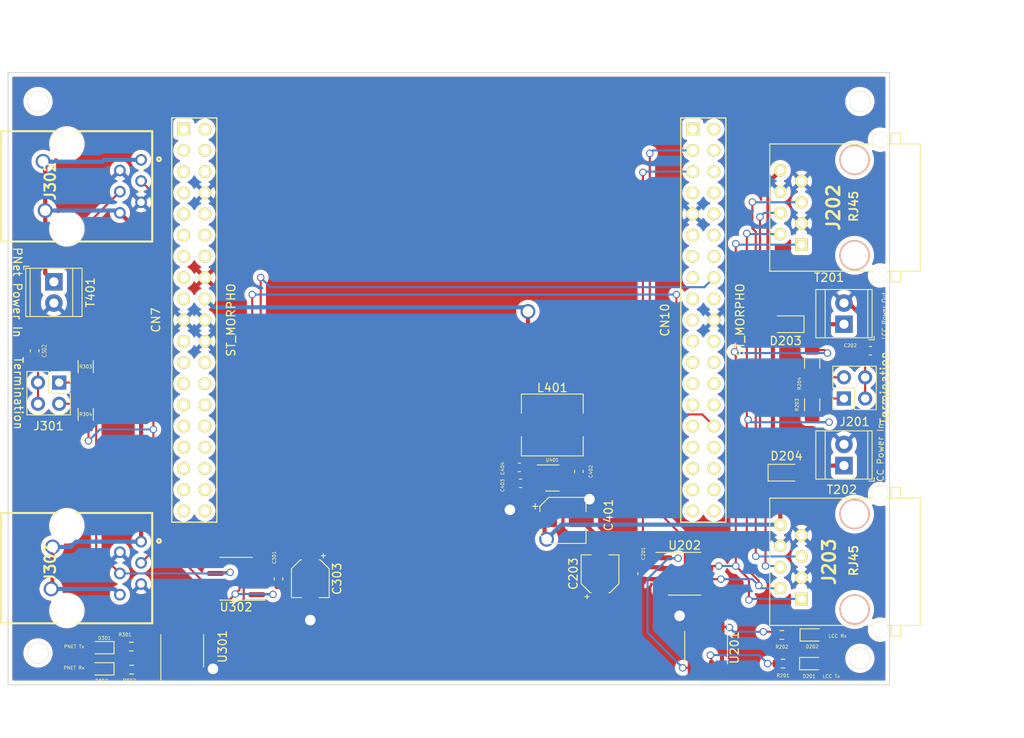
<source format=kicad_pcb>
(kicad_pcb (version 20211014) (generator pcbnew)
  (layers (0 "F.Cu" signal) (31 "B.Cu" signal) (34 "B.Paste" user) (35 "F.Paste" user) (36 "B.SilkS" user "B.Silkscreen") (37 "F.SilkS" user "F.Silkscreen") (38 "B.Mask" user) (39 "F.Mask" user) (44 "Edge.Cuts" user))
  (net 0 "")
  (net 1 "+3.3V")
  (net 2 "+5V")
  (net 3 "GND")
  (net 4 "VDD")
  (net 5 "/PNET CAN Transceiver/PNet +12V")
  (net 6 "Net-(C202-Pad1)")
  (net 7 "Net-(C302-Pad1)")
  (net 8 "/LCC-CAN-12VDC")
  (net 9 "Net-(C402-Pad1)")
  (net 10 "Net-(C402-Pad2)")
  (net 11 "Net-(D201-Pad1)")
  (net 12 "Net-(D202-Pad1)")
  (net 13 "Net-(D203-Pad1)")
  (net 14 "Net-(D204-Pad2)")
  (net 15 "Net-(D301-Pad1)")
  (net 16 "Net-(D302-Pad1)")
  (net 17 "Net-(J201-Pad1)")
  (net 18 "Net-(J201-Pad2)")
  (net 19 "Net-(J202-Pad5)")
  (net 20 "Net-(J202-Pad4)")
  (net 21 "Net-(J202-Pad2)")
  (net 22 "Net-(J202-Pad1)")
  (net 23 "Net-(J301-Pad1)")
  (net 24 "Net-(J301-Pad2)")
  (net 25 "/PNET CAN Transceiver/CAN-H")
  (net 26 "/PNET CAN Transceiver/CAN-L")
  (net 27 "Net-(R201-Pad2)")
  (net 28 "Net-(R202-Pad2)")
  (net 29 "Net-(R301-Pad2)")
  (net 30 "Net-(R302-Pad2)")
  (net 33 "/PB8-CAN1_RX")
  (net 36 "/PB9-CAN1_TX")
  (net 37 "/PB12-CAN2_RX")
  (net 38 "/PB13-CAN2_TX")
  (net 39 "/PC0")
  (net 40 "/PC3")
  (net 41 "/PC1")
  (net 42 "/PC2")
  (net 43 "/PB0")
  (net 44 "/VBAT")
  (net 45 "/PA4")
  (net 46 "/PF1")
  (net 47 "/PA1")
  (net 48 "/PF0")
  (net 49 "/PA0")
  (net 50 "/PC15")
  (net 52 "/PC14")
  (net 53 "/VIN")
  (net 54 "/PC13")
  (net 55 "/PB7")
  (net 56 "/PC11")
  (net 57 "/PD2")
  (net 58 "/E5V")
  (net 60 "/IOREF")
  (net 61 "/RESET")
  (net 62 "/PC10")
  (net 63 "/PC12")
  (net 64 "/Boot0")
  (net 67 "/PA13")
  (net 68 "/PA14")
  (net 69 "/PA15-CAN3_TX")
  (net 71 "/PA3")
  (net 73 "/PA2")
  (net 74 "/PC4")
  (net 75 "/PA10")
  (net 76 "/AGND")
  (net 77 "/PB3")
  (net 78 "/PB5")
  (net 79 "/PB14")
  (net 80 "/PB4")
  (net 81 "/PB15")
  (net 82 "/PB10")
  (net 83 "/PB1")
  (net 84 "/PA8-CAN3_RX")
  (net 85 "/PB2")
  (net 86 "/PA9")
  (net 87 "/PC8")
  (net 88 "/PC6")
  (net 89 "/PC5")
  (net 90 "/U5V")
  (net 92 "/PA12")
  (net 93 "/PA11")
  (net 94 "/PB11")
  (net 95 "/PC9")
  (net 96 "/AVDD")
  (net 97 "/PA5")
  (net 98 "/PA6")
  (net 99 "/PA7")
  (net 100 "/PB6")
  (net 101 "/PC7")
  (footprint "STMorpho:ST_Morpho" (layer "F.Cu") (at 101.27 190)
    (fp_text reference "CN7")
    (fp_text value "ST_MORPHO")
  )
  (footprint "STMorpho:ST_Morpho" (layer "F.Cu") (at 162.23 190)
    (fp_text reference "CN10")
    (fp_text value "ST_MORPHO")
  )
  (footprint "MountingHole_2-5mm_RevA_Date21Jun2010" (layer "F.Cu") (at 82.55 163.83)
    (fp_text reference "MH" hide)
    (fp_text value "MountingHole_2-5mm_RevA_Date21Jun2010" hide)
  )
  (footprint "MountingHole_2-5mm_RevA_Date21Jun2010" (layer "F.Cu") (at 82.55 229.87)
    (fp_text reference "MH" hide)
    (fp_text value "MountingHole_2-5mm_RevA_Date21Jun2010" hide)
  )
  (footprint "MountingHole_2-5mm_RevA_Date21Jun2010" (layer "F.Cu") (at 180.975 230.505)
    (fp_text reference "MH" hide)
    (fp_text value "MountingHole_2-5mm_RevA_Date21Jun2010" hide)
  )
  (footprint "MountingHole_2-5mm_RevA_Date21Jun2010" (layer "F.Cu") (at 180.975 163.83)
    (fp_text reference "MH" hide)
    (fp_text value "MountingHole_2-5mm_RevA_Date21Jun2010" hide)
  )
  (footprint "Capacitor_SMD:C_0603_1608Metric" (layer "F.Cu") (at 147.32 208.14 -90)
    (fp_text reference "C402")
    (fp_text value "100nf")
  )
  (footprint "Capacitor_SMD:C_0603_1608Metric" (layer "F.Cu") (at 140.335 209.55 180)
    (fp_text reference "C403")
    (fp_text value "22uf")
  )
  (footprint "Package_SO:SOIC-8_3.9x4.9mm_P1.27mm" (layer "F.Cu") (at 106.27096 220.98 180)
    (fp_text reference "U302")
    (fp_text value "TCAN332DR")
  )
  (footprint "Resistor_SMD:R_1206_3216Metric" (layer "F.Cu") (at 175.26 195.045 -90)
    (fp_text reference "R204")
    (fp_text value "60 Ohms")
  )
  (footprint "LED_SMD:LED_0603_1608Metric" (layer "F.Cu") (at 90.17 231.775 180)
    (fp_text reference "D302")
    (fp_text value "PNET Rx")
  )
  (footprint "Capacitor_SMD:CP_Elec_5x5.3" (layer "F.Cu") (at 145.415 213.995)
    (fp_text reference "C401")
    (fp_text value "10uf")
  )
  (footprint "RJ12Molex:95501-2661" (layer "F.Cu") (at 86.00704 179.07 -90)
    (fp_text reference "J302")
    (fp_text value "PNET" hide)
  )
  (footprint "Capacitor_SMD:C_0603_1608Metric" (layer "F.Cu") (at 140.195 207.645 180)
    (fp_text reference "C404")
    (fp_text value "22uf")
  )
  (footprint "Resistor_SMD:R_1206_3216Metric" (layer "F.Cu") (at 175.26 200.152 90)
    (fp_text reference "R203")
    (fp_text value "60 Ohms")
  )
  (footprint "Resistor_SMD:R_0603_1608Metric" (layer "F.Cu") (at 93.77 231.87)
    (fp_text reference "R302")
    (fp_text value "160 Ohms")
  )
  (footprint "Capacitor_SMD:C_0603_1608Metric" (layer "F.Cu") (at 111.35096 220.993 -90)
    (fp_text reference "C301")
    (fp_text value ".1 uf")
  )
  (footprint "Capacitor_SMD:C_0603_1608Metric" (layer "F.Cu") (at 182.245 193.675)
    (fp_text reference "C202")
    (fp_text value "47 nf")
  )
  (footprint "Package_SO:SOIC-8_3.9x4.9mm_P1.27mm" (layer "F.Cu") (at 162.56 229.235 -90)
    (fp_text reference "U201")
    (fp_text value "LM358")
  )
  (footprint "RJ45:RJ45_8N-S" (layer "F.Cu") (at 180.34 218.948 90)
    (fp_text reference "J203")
    (fp_text value "RJ45")
  )
  (footprint "TerminalBlock_TE-Connectivity:TerminalBlock_TE_282834-2_1x02_P2.54mm_Horizontal" (layer "F.Cu") (at 84.455 185.42 -90)
    (fp_text reference "T401")
    (fp_text value "PNet Power In")
  )
  (footprint "RJ45:RJ45_8N-S" (layer "F.Cu") (at 180.34 176.53 90)
    (fp_text reference "J202")
    (fp_text value "RJ45")
  )
  (footprint "RJ12Molex:95501-2661" (layer "F.Cu") (at 86.00704 224.79 -90)
    (fp_text reference "J303")
    (fp_text value "PNET" hide)
  )
  (footprint "LED_SMD:LED_0603_1608Metric" (layer "F.Cu") (at 90.17 229.235 180)
    (fp_text reference "D301")
    (fp_text value "PNET Tx")
  )
  (footprint "Resistor_SMD:R_1206_3216Metric" (layer "F.Cu") (at 88.265 195.58 -90)
    (fp_text reference "R303")
    (fp_text value "60 Ohms")
  )
  (footprint "TerminalBlock_TE-Connectivity:TerminalBlock_TE_282834-2_1x02_P2.54mm_Horizontal" (layer "F.Cu") (at 179.07 207.43 90)
    (fp_text reference "T202")
    (fp_text value "LCC Power In")
  )
  (footprint "Package_TO_SOT_SMD:TSOT-23-6" (layer "F.Cu") (at 144.145 208.915)
    (fp_text reference "U401")
    (fp_text value "AP63205")
  )
  (footprint "Package_SO:SOIC-8_3.9x4.9mm_P1.27mm" (layer "F.Cu") (at 99.822 229.616 90)
    (fp_text reference "U301")
    (fp_text value "LM358")
  )
  (footprint "LED_SMD:LED_0603_1608Metric" (layer "F.Cu") (at 175.2975 227.711)
    (fp_text reference "D202")
    (fp_text value "LCC Rx")
  )
  (footprint "Resistor_SMD:R_0603_1608Metric" (layer "F.Cu") (at 93.726 229.108)
    (fp_text reference "R301")
    (fp_text value "160 Ohms")
  )
  (footprint "Inductor_SMD:L_7.3x7.3_H4.5" (layer "F.Cu") (at 144.145 202.565)
    (fp_text reference "L401")
    (fp_text value "4.7uH")
  )
  (footprint "TerminalBlock_TE-Connectivity:TerminalBlock_TE_282834-2_1x02_P2.54mm_Horizontal" (layer "F.Cu") (at 179.07 190.5 90)
    (fp_text reference "T201")
    (fp_text value "LCC Power Out")
  )
  (footprint "LED_SMD:LED_0603_1608Metric" (layer "F.Cu") (at 175.2425 231.14)
    (fp_text reference "D201")
    (fp_text value "LCC Tx")
  )
  (footprint "Resistor_SMD:R_1206_3216Metric" (layer "F.Cu") (at 88.265 201.295 90)
    (fp_text reference "R304")
    (fp_text value "60 Ohms")
  )
  (footprint "Capacitor_SMD:CP_Elec_4x5.8" (layer "F.Cu") (at 149.86 220.382134 90)
    (fp_text reference "C203")
    (fp_text value "15 uf 15V")
  )
  (footprint "Capacitor_SMD:C_0603_1608Metric" (layer "F.Cu") (at 154.9019 220.382134 90)
    (fp_text reference "C201")
    (fp_text value ".1 uf")
  )
  (footprint "Package_SO:SOIC-8_3.9x4.9mm_P1.27mm" (layer "F.Cu") (at 159.9819 220.382134)
    (fp_text reference "U202")
    (fp_text value "TCAN332DR")
  )
  (footprint "Diode_SMD:D_PowerDI-123" (layer "F.Cu") (at 172.185 208.28)
    (fp_text reference "D204")
    (fp_text value "SB240")
  )
  (footprint "Connector_PinHeader_2.54mm:PinHeader_2x02_P2.54mm_Vertical" (layer "F.Cu") (at 85.09 197.485 -90)
    (fp_text reference "J301")
    (fp_text value "Termination")
  )
  (footprint "Diode_SMD:D_PowerDI-123" (layer "F.Cu") (at 172.085 190.5 180)
    (fp_text reference "D203")
    (fp_text value "SB240")
  )
  (footprint "Connector_PinHeader_2.54mm:PinHeader_2x02_P2.54mm_Vertical" (layer "F.Cu") (at 179.065 199.395 90)
    (fp_text reference "J201")
    (fp_text value "Termination")
  )
  (footprint "Resistor_SMD:R_0603_1608Metric" (layer "F.Cu") (at 171.64 227.711 180)
    (fp_text reference "R202")
    (fp_text value "160 Ohms")
  )
  (footprint "Capacitor_SMD:C_0603_1608Metric" (layer "F.Cu") (at 82.15 193.69942 90)
    (fp_text reference "C302")
    (fp_text value "47 nf")
  )
  (footprint "Capacitor_SMD:CP_Elec_4x5.8" (layer "F.Cu") (at 115.16096 220.98 -90)
    (fp_text reference "C303")
    (fp_text value "15 uf 15V")
  )
  (footprint "Resistor_SMD:R_0603_1608Metric" (layer "F.Cu") (at 171.775 231.14 180)
    (fp_text reference "R201")
    (fp_text value "160 Ohms")
  )
  (gr_line (start 184.53 233.68) (end 78.97 233.68) (layer "Edge.Cuts") (width 0.1))
  (gr_line (start 78.97 160.36) (end 184.53 160.36) (layer "Edge.Cuts") (width 0.1))
  (gr_line (start 184.53 160.36) (end 184.53 233.68) (layer "Edge.Cuts") (width 0.1))
  (gr_line (start 78.97 233.68) (end 78.97 160.36) (layer "Edge.Cuts") (width 0.1))
  (segment (start 111.22396 220.345) (end 111.35096 220.218) (width 0.502) (layer "F.Cu") (net 1))
  (segment (start 155.0419 221.017134) (end 154.9019 221.157134) (width 0.502) (layer "F.Cu") (net 1))
  (segment (start 157.5069 221.017134) (end 155.0419 221.017134) (width 0.502) (layer "F.Cu") (net 1))
  (segment (start 108.74596 220.345) (end 111.22396 220.345) (width 0.502) (layer "F.Cu") (net 1))
  (segment (start 141.224 202.286) (end 140.945 202.565) (width 0.502) (layer "F.Cu") (net 2))
  (segment (start 140.97 207.645) (end 140.97 209.41) (width 0.502) (layer "F.Cu") (net 2))
  (segment (start 143.0075 207.965) (end 141.29 207.965) (width 0.502) (layer "F.Cu") (net 2))
  (segment (start 141.29 207.965) (end 140.97 207.645) (width 0.502) (layer "F.Cu") (net 2))
  (segment (start 140.945 202.565) (end 140.945 207.62) (width 0.502) (layer "F.Cu") (net 2))
  (segment (start 140.945 207.62) (end 140.97 207.645) (width 0.502) (layer "F.Cu") (net 2))
  (segment (start 140.97 209.41) (end 141.11 209.55) (width 0.502) (layer "F.Cu") (net 2))
  (segment (start 141.224 188.976) (end 141.224 202.286) (width 0.502) (layer "F.Cu") (net 2))
  (via (at 141.224 188.976) (size 1.778) (drill 1.27) (layers "F.Cu" "B.Cu") (net 2))
  (segment (start 141.224 188.976) (end 140.716 188.468) (width 0.502) (layer "B.Cu") (net 2))
  (segment (start 103.548 188.468) (end 102.54 187.46) (width 0.502) (layer "B.Cu") (net 2))
  (segment (start 140.716 188.468) (end 103.548 188.468) (width 0.502) (layer "B.Cu") (net 2))
  (segment (start 82.15 192.92442) (end 82.15 190.265) (width 0.502) (layer "F.Cu") (net 3))
  (segment (start 149.86 218.582134) (end 149.86 216.24) (width 0.502) (layer "F.Cu") (net 3))
  (segment (start 111.35096 221.768) (end 114.14896 221.768) (width 0.502) (layer "F.Cu") (net 3))
  (segment (start 108.74596 221.615) (end 111.19796 221.615) (width 0.502) (layer "F.Cu") (net 3))
  (segment (start 183.02 191.34) (end 179.64 187.96) (width 0.502) (layer "F.Cu") (net 3))
  (segment (start 139.42 209.41) (end 139.56 209.55) (width 0.502) (layer "F.Cu") (net 3))
  (segment (start 157.3669 219.607134) (end 157.5069 219.747134) (width 0.502) (layer "F.Cu") (net 3))
  (segment (start 114.14896 221.768) (end 115.16096 222.78) (width 0.502) (layer "F.Cu") (net 3))
  (segment (start 139.56 212.23) (end 139.065 212.725) (width 0.502) (layer "F.Cu") (net 3))
  (segment (start 111.19796 221.615) (end 111.35096 221.768) (width 0.502) (layer "F.Cu") (net 3))
  (segment (start 153.8769 218.582134) (end 149.86 218.582134) (width 0.502) (layer "F.Cu") (net 3))
  (segment (start 160.655 226.76) (end 160.655 226.695) (width 0.502) (layer "F.Cu") (net 3))
  (segment (start 154.9019 219.607134) (end 157.3669 219.607134) (width 0.502) (layer "F.Cu") (net 3))
  (segment (start 153.8769 218.582134) (end 154.9019 219.607134) (width 0.502) (layer "F.Cu") (net 3))
  (segment (start 139.56 209.55) (end 139.56 212.23) (width 0.502) (layer "F.Cu") (net 3))
  (segment (start 160.655 226.695) (end 159.385 225.425) (width 0.502) (layer "F.Cu") (net 3))
  (segment (start 82.15 190.265) (end 84.455 187.96) (width 0.502) (layer "F.Cu") (net 3))
  (segment (start 139.42 207.645) (end 139.42 209.41) (width 0.502) (layer "F.Cu") (net 3))
  (segment (start 147.615 213.995) (end 147.615 212.43) (width 0.502) (layer "F.Cu") (net 3))
  (segment (start 145.2825 209.865) (end 145.2825 211.6625) (width 0.502) (layer "F.Cu") (net 3))
  (segment (start 183.02 193.675) (end 183.02 191.34) (width 0.502) (layer "F.Cu") (net 3))
  (segment (start 103.189 232.091) (end 103.505 231.775) (width 0.502) (layer "F.Cu") (net 3))
  (segment (start 147.615 212.43) (end 148.59 211.455) (width 0.502) (layer "F.Cu") (net 3))
  (segment (start 145.2825 211.6625) (end 147.615 213.995) (width 0.502) (layer "F.Cu") (net 3))
  (segment (start 101.727 232.091) (end 103.189 232.091) (width 0.502) (layer "F.Cu") (net 3))
  (segment (start 115.16096 222.78) (end 115.16096 225.933) (width 0.502) (layer "F.Cu") (net 3))
  (segment (start 179.64 187.96) (end 179.07 187.96) (width 0.502) (layer "F.Cu") (net 3))
  (segment (start 149.86 216.24) (end 147.615 213.995) (width 0.502) (layer "F.Cu") (net 3))
  (via (at 103.505 231.775) (size 1.778) (drill 1.27) (layers "F.Cu" "B.Cu") (net 3))
  (via (at 159.385 225.425) (size 1.778) (drill 1.27) (layers "F.Cu" "B.Cu") (net 3))
  (via (at 115.16096 225.933) (size 1.778) (drill 1.27) (layers "F.Cu" "B.Cu") (net 3))
  (via (at 139.065 212.725) (size 1.778) (drill 1.27) (layers "F.Cu" "B.Cu") (net 3))
  (via (at 148.59 211.455) (size 1.778) (drill 1.27) (layers "F.Cu" "B.Cu") (net 3))
  (segment (start 84.2946 222.0294) (end 84.1248 222.1992) (width 0.502) (layer "F.Cu") (net 5))
  (segment (start 83.4136 184.3786) (end 83.4136 176.8856) (width 0.502) (layer "F.Cu") (net 5))
  (segment (start 94.89704 216.535) (end 94.89704 179.705) (width 0.502) (layer "F.Cu") (net 5))
  (segment (start 94.89704 179.705) (end 92.35704 177.165) (width 0.502) (layer "F.Cu") (net 5))
  (segment (start 83.4136 171.2468) (end 83.1596 170.9928) (width 0.502) (layer "F.Cu") (net 5))
  (segment (start 84.455 185.42) (end 83.4136 184.3786) (width 0.502) (layer "F.Cu") (net 5))
  (segment (start 84.2946 217.174163) (end 84.2946 222.0294) (width 0.502) (layer "F.Cu") (net 5))
  (segment (start 83.4136 176.8856) (end 83.4136 171.2468) (width 0.502) (layer "F.Cu") (net 5))
  (via (at 83.1596 170.9928) (size 1.778) (drill 1.27) (layers "F.Cu" "B.Cu") (net 5))
  (via (at 84.2946 217.174163) (size 1.778) (drill 1.27) (layers "F.Cu" "B.Cu") (net 5))
  (via (at 84.1248 222.1992) (size 1.778) (drill 1.27) (layers "F.Cu" "B.Cu") (net 5))
  (via (at 83.4136 176.8856) (size 1.778) (drill 1.27) (layers "F.Cu" "B.Cu") (net 5))
  (segment (start 86.469497 217.174163) (end 84.2946 217.174163) (width 0.502) (layer "B.Cu") (net 5))
  (segment (start 87.10866 216.535) (end 86.469497 217.174163) (width 0.502) (layer "B.Cu") (net 5))
  (segment (start 92.07764 176.8856) (end 92.35704 177.165) (width 0.502) (layer "B.Cu") (net 5))
  (segment (start 83.4136 176.8856) (end 92.07764 176.8856) (width 0.502) (layer "B.Cu") (net 5))
  (segment (start 91.67124 222.1992) (end 92.35704 222.885) (width 0.502) (layer "B.Cu") (net 5))
  (segment (start 90.279199 171.036001) (end 90.5002 170.815) (width 0.502) (layer "B.Cu") (net 5))
  (segment (start 90.5002 170.815) (end 94.89704 170.815) (width 0.502) (layer "B.Cu") (net 5))
  (segment (start 84.1248 222.1992) (end 91.67124 222.1992) (width 0.502) (layer "B.Cu") (net 5))
  (segment (start 83.1596 170.9928) (end 83.202801 171.036001) (width 0.502) (layer "B.Cu") (net 5))
  (segment (start 83.202801 171.036001) (end 90.279199 171.036001) (width 0.502) (layer "B.Cu") (net 5))
  (segment (start 94.89704 216.535) (end 87.10866 216.535) (width 0.502) (layer "B.Cu") (net 5))
  (segment (start 181.605 196.855) (end 181.605 193.81) (width 0.254) (layer "F.Cu") (net 6))
  (segment (start 181.605 193.81) (end 181.47 193.675) (width 0.254) (layer "F.Cu") (net 6))
  (segment (start 181.605 199.395) (end 181.605 196.855) (width 0.254) (layer "F.Cu") (net 6))
  (segment (start 82.15 194.47442) (end 82.55 194.87442) (width 0.254) (layer "F.Cu") (net 7))
  (segment (start 82.55 194.87442) (end 82.55 197.485) (width 0.254) (layer "F.Cu") (net 7))
  (segment (start 82.55 197.485) (end 82.55 200.025) (width 0.254) (layer "F.Cu") (net 7))
  (segment (start 171.45 208.395) (end 171.335 208.28) (width 0.502) (layer "F.Cu") (net 8))
  (segment (start 143.0075 213.7875) (end 143.215 213.995) (width 0.502) (layer "F.Cu") (net 8))
  (segment (start 171.45 172.085) (end 170.0276 173.5074) (width 0.502) (layer "F.Cu") (net 8))
  (segment (start 171.335 208.28) (end 170.56 207.505) (width 0.502) (layer "F.Cu") (net 8))
  (segment (start 143.0075 208.915) (end 143.0075 209.865) (width 0.502) (layer "F.Cu") (net 8))
  (segment (start 171.45 214.503) (end 171.45 208.395) (width 0.502) (layer "F.Cu") (net 8))
  (segment (start 143.215 216.0114) (end 143.4592 216.2556) (width 0.502) (layer "F.Cu") (net 8))
  (segment (start 143.215 213.995) (end 143.215 216.0114) (width 0.502) (layer "F.Cu") (net 8))
  (segment (start 170.0276 189.9676) (end 170.56 190.5) (width 0.502) (layer "F.Cu") (net 8))
  (segment (start 143.0075 209.865) (end 143.0075 213.7875) (width 0.502) (layer "F.Cu") (net 8))
  (segment (start 170.0276 173.5074) (end 170.0276 189.9676) (width 0.502) (layer "F.Cu") (net 8))
  (segment (start 170.56 207.505) (end 170.56 190.5) (width 0.502) (layer "F.Cu") (net 8))
  (via (at 143.4592 216.2556) (size 1.778) (drill 1.27) (layers "F.Cu" "B.Cu") (net 8))
  (segment (start 145.2118 214.503) (end 143.4592 216.2556) (width 0.502) (layer "B.Cu") (net 8))
  (segment (start 171.45 214.503) (end 145.2118 214.503) (width 0.502) (layer "B.Cu") (net 8))
  (segment (start 146.72 207.965) (end 147.32 207.365) (width 0.254) (layer "F.Cu") (net 9))
  (segment (start 145.2825 207.965) (end 146.72 207.965) (width 0.254) (layer "F.Cu") (net 9))
  (segment (start 148.844 207.391) (end 147.32 208.915) (width 0.508) (layer "F.Cu") (net 10))
  (segment (start 145.2825 208.915) (end 147.32 208.915) (width 0.508) (layer "F.Cu") (net 10))
  (segment (start 148.844 204.064) (end 148.844 207.391) (width 0.508) (layer "F.Cu") (net 10))
  (segment (start 147.345 202.565) (end 148.844 204.064) (width 0.508) (layer "F.Cu") (net 10))
  (segment (start 174.455 231.14) (end 172.6 231.14) (width 0.254) (layer "F.Cu") (net 11))
  (segment (start 174.51 227.711) (end 172.465 227.711) (width 0.254) (layer "F.Cu") (net 12))
  (segment (start 179.07 190.5) (end 172.935 190.5) (width 0.502) (layer "F.Cu") (net 13))
  (segment (start 174.56 207.43) (end 173.71 208.28) (width 0.502) (layer "F.Cu") (net 14))
  (segment (start 179.07 207.43) (end 174.56 207.43) (width 0.502) (layer "F.Cu") (net 14))
  (segment (start 92.774 229.235) (end 92.901 229.108) (width 0.254) (layer "F.Cu") (net 15))
  (segment (start 90.9575 229.235) (end 92.774 229.235) (width 0.254) (layer "F.Cu") (net 15))
  (segment (start 92.85 231.775) (end 92.945 231.87) (width 0.254) (layer "F.Cu") (net 16))
  (segment (start 90.9575 231.775) (end 92.85 231.775) (width 0.254) (layer "F.Cu") (net 16))
  (segment (start 179.065 199.395) (end 175.9655 199.395) (width 0.254) (layer "F.Cu") (net 17))
  (segment (start 175.9655 199.395) (end 175.26 198.6895) (width 0.254) (layer "F.Cu") (net 17))
  (segment (start 175.6075 196.855) (end 179.065 196.855) (width 0.254) (layer "F.Cu") (net 18))
  (segment (start 175.26 196.5075) (end 175.6075 196.855) (width 0.254) (layer "F.Cu") (net 18))
  (segment (start 168.5036 218.2876) (end 168.5036 179.4256) (width 0.254) (layer "F.Cu") (net 19))
  (segment (start 168.5036 179.4256) (end 168.0972 179.0192) (width 0.254) (layer "F.Cu") (net 19))
  (segment (start 168.0972 179.0192) (end 168.0972 175.8696) (width 0.254) (layer "F.Cu") (net 19))
  (via (at 168.0972 175.8696) (size 0.889) (drill 0.635) (layers "F.Cu" "B.Cu") (net 19))
  (via (at 168.5036 218.2876) (size 0.889) (drill 0.635) (layers "F.Cu" "B.Cu") (net 19))
  (segment (start 168.5036 218.2876) (end 168.529 218.313) (width 0.254) (layer "B.Cu") (net 19))
  (segment (start 168.1226 175.895) (end 168.0972 175.8696) (width 0.254) (layer "B.Cu") (net 19))
  (segment (start 173.99 175.895) (end 168.1226 175.895) (width 0.254) (layer "B.Cu") (net 19))
  (segment (start 168.529 218.313) (end 173.99 218.313) (width 0.254) (layer "B.Cu") (net 19))
  (segment (start 169.672 219.456) (end 169.672 212.7504) (width 0.254) (layer "F.Cu") (net 20))
  (segment (start 169.0116 212.09) (end 169.0116 177.6476) (width 0.254) (layer "F.Cu") (net 20))
  (segment (start 169.672 212.7504) (end 169.0116 212.09) (width 0.254) (layer "F.Cu") (net 20))
  (via (at 169.672 219.456) (size 0.889) (drill 0.635) (layers "F.Cu" "B.Cu") (net 20))
  (via (at 169.0116 177.6476) (size 0.889) (drill 0.635) (layers "F.Cu" "B.Cu") (net 20))
  (segment (start 169.0116 177.6476) (end 169.4942 177.165) (width 0.254) (layer "B.Cu") (net 20))
  (segment (start 169.4942 177.165) (end 171.45 177.165) (width 0.254) (layer "B.Cu") (net 20))
  (segment (start 169.672 219.456) (end 171.323 219.456) (width 0.254) (layer "B.Cu") (net 20))
  (segment (start 171.323 219.456) (end 171.45 219.583) (width 0.254) (layer "B.Cu") (net 20))
  (segment (start 175.8803 202.2348) (end 175.26 201.6145) (width 0.254) (layer "F.Cu") (net 21))
  (segment (start 162.46973 221.029964) (end 162.4569 221.017134) (width 0.254) (layer "F.Cu") (net 21))
  (segment (start 168.8592 221.7928) (end 168.8592 221.234) (width 0.254) (layer "F.Cu") (net 21))
  (segment (start 167.4368 219.8116) (end 167.4368 179.6288) (width 0.254) (layer "F.Cu") (net 21))
  (segment (start 164.338 221.029964) (end 162.46973 221.029964) (width 0.254) (layer "F.Cu") (net 21))
  (segment (start 168.8592 221.234) (end 167.4368 219.8116) (width 0.254) (layer "F.Cu") (net 21))
  (segment (start 177.292 202.2348) (end 175.8803 202.2348) (width 0.254) (layer "F.Cu") (net 21))
  (via (at 177.292 202.2348) (size 0.889) (drill 0.635) (layers "F.Cu" "B.Cu") (net 21))
  (via (at 167.4368 179.6288) (size 0.889) (drill 0.635) (layers "F.Cu" "B.Cu") (net 21))
  (via (at 164.338 221.029964) (size 0.889) (drill 0.635) (layers "F.Cu" "B.Cu") (net 21))
  (via (at 168.8592 221.7928) (size 0.889) (drill 0.635) (layers "F.Cu" "B.Cu") (net 21))
  (via (at 167.5892 201.93) (size 0.889) (drill 0.635) (layers "F.Cu" "B.Cu") (net 21))
  (segment (start 177.292 202.2348) (end 167.894 202.2348) (width 0.254) (layer "B.Cu") (net 21))
  (segment (start 169.1894 222.123) (end 171.45 222.123) (width 0.254) (layer "B.Cu") (net 21))
  (segment (start 171.45 179.705) (end 167.513 179.705) (width 0.254) (layer "B.Cu") (net 21))
  (segment (start 167.894 202.2348) (end 167.5892 201.93) (width 0.254) (layer "B.Cu") (net 21))
  (segment (start 164.338 221.029964) (end 168.096364 221.029964) (width 0.254) (layer "B.Cu") (net 21))
  (segment (start 168.8592 221.7928) (end 169.1894 222.123) (width 0.254) (layer "B.Cu") (net 21))
  (segment (start 167.513 179.705) (end 167.4368 179.6288) (width 0.254) (layer "B.Cu") (net 21))
  (segment (start 168.096364 221.029964) (end 168.8592 221.7928) (width 0.254) (layer "B.Cu") (net 21))
  (segment (start 176.7169 193.5825) (end 177.0888 193.9544) (width 0.254) (layer "F.Cu") (net 22))
  (segment (start 167.6908 223.52) (end 167.6908 221.0308) (width 0.254) (layer "F.Cu") (net 22))
  (segment (start 175.26 193.5825) (end 176.7169 193.5825) (width 0.254) (layer "F.Cu") (net 22))
  (segment (start 167.6908 221.0308) (end 166.116 219.456) (width 0.254) (layer "F.Cu") (net 22))
  (segment (start 162.748034 219.456) (end 162.4569 219.747134) (width 0.254) (layer "F.Cu") (net 22))
  (segment (start 164.084 219.456) (end 162.748034 219.456) (width 0.254) (layer "F.Cu") (net 22))
  (segment (start 166.116 180.848) (end 166.116 219.456) (width 0.254) (layer "F.Cu") (net 22))
  (via (at 164.084 219.456) (size 0.889) (drill 0.635) (layers "F.Cu" "B.Cu") (net 22))
  (via (at 177.0888 193.9544) (size 0.889) (drill 0.635) (layers "F.Cu" "B.Cu") (net 22))
  (via (at 165.9636 193.802) (size 0.889) (drill 0.635) (layers "F.Cu" "B.Cu") (net 22))
  (via (at 166.116 219.456) (size 0.889) (drill 0.635) (layers "F.Cu" "B.Cu") (net 22))
  (via (at 167.6908 223.52) (size 0.889) (drill 0.635) (layers "F.Cu" "B.Cu") (net 22))
  (via (at 166.116 180.848) (size 0.889) (drill 0.635) (layers "F.Cu" "B.Cu") (net 22))
  (segment (start 167.6908 223.52) (end 167.8178 223.393) (width 0.254) (layer "B.Cu") (net 22))
  (segment (start 166.243 180.975) (end 166.116 180.848) (width 0.254) (layer "B.Cu") (net 22))
  (segment (start 173.99 180.975) (end 166.243 180.975) (width 0.254) (layer "B.Cu") (net 22))
  (segment (start 177.0888 193.9544) (end 166.116 193.9544) (width 0.254) (layer "B.Cu") (net 22))
  (segment (start 167.8178 223.393) (end 173.99 223.393) (width 0.254) (layer "B.Cu") (net 22))
  (segment (start 166.116 219.456) (end 164.084 219.456) (width 0.254) (layer "B.Cu") (net 22))
  (segment (start 166.116 193.9544) (end 165.9636 193.802) (width 0.254) (layer "B.Cu") (net 22))
  (segment (start 87.8225 197.485) (end 85.09 197.485) (width 0.254) (layer "F.Cu") (net 23))
  (segment (start 88.265 197.0425) (end 87.8225 197.485) (width 0.254) (layer "F.Cu") (net 23))
  (segment (start 88.0725 200.025) (end 85.09 200.025) (width 0.254) (layer "F.Cu") (net 24))
  (segment (start 88.265 199.8325) (end 88.0725 200.025) (width 0.254) (layer "F.Cu") (net 24))
  (segment (start 88.5952 204.47) (end 88.5952 203.0877) (width 0.254) (layer "F.Cu") (net 25))
  (segment (start 94.89704 173.355) (end 96.3676 174.82556) (width 0.254) (layer "F.Cu") (net 25))
  (segment (start 103.79596 221.615) (end 102.616 221.615) (width 0.254) (layer "F.Cu") (net 25))
  (segment (start 96.3676 203.0984) (end 96.3676 217.60444) (width 0.254) (layer "F.Cu") (net 25))
  (segment (start 98.425 217.424) (end 96.52 217.424) (width 0.254) (layer "F.Cu") (net 25))
  (segment (start 102.616 221.615) (end 98.425 217.424) (width 0.254) (layer "F.Cu") (net 25))
  (segment (start 96.3676 217.60444) (end 94.89704 219.075) (width 0.254) (layer "F.Cu") (net 25))
  (segment (start 96.3676 174.82556) (end 96.3676 203.0984) (width 0.254) (layer "F.Cu") (net 25))
  (segment (start 88.5952 203.0877) (end 88.265 202.7575) (width 0.254) (layer "F.Cu") (net 25))
  (via (at 96.3676 203.0984) (size 0.889) (drill 0.635) (layers "F.Cu" "B.Cu") (net 25))
  (via (at 88.5952 204.47) (size 0.889) (drill 0.635) (layers "F.Cu" "B.Cu") (net 25))
  (segment (start 96.3676 203.0984) (end 89.9668 203.0984) (width 0.254) (layer "B.Cu") (net 25))
  (segment (start 89.9668 203.0984) (end 88.5952 204.47) (width 0.254) (layer "B.Cu") (net 25))
  (segment (start 89.521 195.3735) (end 88.265 194.1175) (width 0.254) (layer "F.Cu") (net 26))
  (segment (start 88.265 178.71704) (end 88.265 194.1175) (width 0.254) (layer "F.Cu") (net 26))
  (segment (start 105.55976 220.218) (end 103.92296 220.218) (width 0.254) (layer "F.Cu") (net 26))
  (segment (start 92.35704 174.625) (end 88.265 178.71704) (width 0.254) (layer "F.Cu") (net 26))
  (segment (start 92.35704 220.345) (end 89.521 217.50896) (width 0.254) (layer "F.Cu") (net 26))
  (segment (start 89.521 217.50896) (end 89.521 195.3735) (width 0.254) (layer "F.Cu") (net 26))
  (segment (start 103.92296 220.218) (end 103.79596 220.345) (width 0.254) (layer "F.Cu") (net 26))
  (via (at 105.55976 220.218) (size 0.889) (drill 0.635) (layers "F.Cu" "B.Cu") (net 26))
  (segment (start 92.35704 220.345) (end 105.43276 220.345) (width 0.254) (layer "B.Cu") (net 26))
  (segment (start 105.43276 220.345) (end 105.55976 220.218) (width 0.254) (layer "B.Cu") (net 26))
  (segment (start 169.926 231.14) (end 170.95 231.14) (width 0.254) (layer "F.Cu") (net 27))
  (segment (start 163.195 231.71) (end 163.195 230.251) (width 0.254) (layer "F.Cu") (net 27))
  (segment (start 163.195 230.251) (end 163.068 230.124) (width 0.254) (layer "F.Cu") (net 27))
  (segment (start 161.925 231.71) (end 163.195 231.71) (width 0.254) (layer "F.Cu") (net 27))
  (via (at 163.068 230.124) (size 0.889) (drill 0.635) (layers "F.Cu" "B.Cu") (net 27))
  (via (at 169.926 231.14) (size 0.889) (drill 0.635) (layers "F.Cu" "B.Cu") (net 27))
  (segment (start 163.068 230.124) (end 168.91 230.124) (width 0.254) (layer "B.Cu") (net 27))
  (segment (start 168.91 230.124) (end 169.926 231.14) (width 0.254) (layer "B.Cu") (net 27))
  (segment (start 165.292 226.76) (end 165.354 226.822) (width 0.254) (layer "F.Cu") (net 28))
  (segment (start 164.465 226.76) (end 165.292 226.76) (width 0.254) (layer "F.Cu") (net 28))
  (segment (start 164.465 226.76) (end 163.195 226.76) (width 0.254) (layer "F.Cu") (net 28))
  (segment (start 169.418 227.33) (end 170.434 227.33) (width 0.254) (layer "F.Cu") (net 28))
  (segment (start 170.434 227.33) (end 170.815 227.711) (width 0.254) (layer "F.Cu") (net 28))
  (via (at 165.354 226.822) (size 0.889) (drill 0.635) (layers "F.Cu" "B.Cu") (net 28))
  (via (at 169.418 227.33) (size 0.889) (drill 0.635) (layers "F.Cu" "B.Cu") (net 28))
  (segment (start 165.862 227.33) (end 165.354 226.822) (width 0.254) (layer "B.Cu") (net 28))
  (segment (start 169.418 227.33) (end 165.862 227.33) (width 0.254) (layer "B.Cu") (net 28))
  (segment (start 100.457 227.141) (end 99.187 227.141) (width 0.254) (layer "F.Cu") (net 29))
  (segment (start 99.187 227.596947) (end 99.187 227.141) (width 0.254) (layer "F.Cu") (net 29))
  (segment (start 94.551 229.108) (end 97.675947 229.108) (width 0.254) (layer "F.Cu") (net 29))
  (segment (start 97.675947 229.108) (end 99.187 227.596947) (width 0.254) (layer "F.Cu") (net 29))
  (segment (start 97.917 232.091) (end 99.187 232.091) (width 0.254) (layer "F.Cu") (net 30))
  (segment (start 94.595 231.87) (end 97.696 231.87) (width 0.254) (layer "F.Cu") (net 30))
  (segment (start 97.696 231.87) (end 97.917 232.091) (width 0.254) (layer "F.Cu") (net 30))
  (segment (start 157.962847 222.287134) (end 160.02 220.229981) (width 0.254) (layer "F.Cu") (net 33))
  (segment (start 155.8163 211.9503) (end 155.8163 170.0403) (width 0.254) (layer "F.Cu") (net 33))
  (segment (start 159.487134 222.287134) (end 157.5069 222.287134) (width 0.254) (layer "F.Cu") (net 33))
  (segment (start 161.925 224.725) (end 159.487134 222.287134) (width 0.254) (layer "F.Cu") (net 33))
  (segment (start 160.02 216.154) (end 157.734 213.868) (width 0.254) (layer "F.Cu") (net 33))
  (segment (start 161.925 226.76) (end 161.925 224.725) (width 0.254) (layer "F.Cu") (net 33))
  (segment (start 160.02 220.229981) (end 160.02 216.154) (width 0.254) (layer "F.Cu") (net 33))
  (segment (start 157.734 213.868) (end 155.8163 211.9503) (width 0.254) (layer "F.Cu") (net 33))
  (segment (start 157.5069 222.287134) (end 157.962847 222.287134) (width 0.254) (layer "F.Cu") (net 33))
  (via (at 155.8163 170.0403) (size 0.889) (drill 0.635) (layers "F.Cu" "B.Cu") (net 33))
  (segment (start 156.1766 169.68) (end 160.96 169.68) (width 0.254) (layer "B.Cu") (net 33))
  (segment (start 155.8163 170.0403) (end 156.1766 169.68) (width 0.254) (layer "B.Cu") (net 33))
  (segment (start 154.9908 172.3136) (end 154.9908 215.961034) (width 0.254) (layer "F.Cu") (net 36))
  (segment (start 154.9908 215.961034) (end 157.5069 218.477134) (width 0.254) (layer "F.Cu") (net 36))
  (segment (start 157.5577 218.527934) (end 157.5069 218.477134) (width 0.254) (layer "F.Cu") (net 36))
  (segment (start 159.1945 218.527934) (end 157.5577 218.527934) (width 0.254) (layer "F.Cu") (net 36))
  (segment (start 159.766 231.648) (end 160.593 231.648) (width 0.254) (layer "F.Cu") (net 36))
  (segment (start 160.593 231.648) (end 160.655 231.71) (width 0.254) (layer "F.Cu") (net 36))
  (via (at 159.1945 218.527934) (size 0.889) (drill 0.635) (layers "F.Cu" "B.Cu") (net 36))
  (via (at 159.766 231.648) (size 0.889) (drill 0.635) (layers "F.Cu" "B.Cu") (net 36))
  (via (at 154.9908 172.3136) (size 0.889) (drill 0.635) (layers "F.Cu" "B.Cu") (net 36))
  (segment (start 158.0261 218.527934) (end 155.5496 221.004434) (width 0.254) (layer "B.Cu") (net 36))
  (segment (start 155.0844 172.22) (end 160.96 172.22) (width 0.254) (layer "B.Cu") (net 36))
  (segment (start 159.1945 218.527934) (end 158.0261 218.527934) (width 0.254) (layer "B.Cu") (net 36))
  (segment (start 155.5496 221.004434) (end 155.5496 227.4316) (width 0.254) (layer "B.Cu") (net 36))
  (segment (start 155.5496 227.4316) (end 159.766 231.648) (width 0.254) (layer "B.Cu") (net 36))
  (segment (start 154.9908 172.3136) (end 155.0844 172.22) (width 0.254) (layer "B.Cu") (net 36))
  (segment (start 107.188 223.405947) (end 107.188 220.177013) (width 0.254) (layer "F.Cu") (net 37))
  (segment (start 108.290013 219.075) (end 108.74596 219.075) (width 0.254) (layer "F.Cu") (net 37))
  (segment (start 109.22 210.82) (end 109.22 184.912) (width 0.254) (layer "F.Cu") (net 37))
  (segment (start 100.457 232.091) (end 100.457 229.743) (width 0.254) (layer "F.Cu") (net 37))
  (segment (start 109.22 215.99896) (end 109.22 210.312) (width 0.254) (layer "F.Cu") (net 37))
  (segment (start 107.188 220.177013) (end 108.290013 219.075) (width 0.254) (layer "F.Cu") (net 37))
  (segment (start 108.74596 219.075) (end 108.74596 216.473) (width 0.254) (layer "F.Cu") (net 37))
  (segment (start 100.850947 229.743) (end 107.188 223.405947) (width 0.254) (layer "F.Cu") (net 37))
  (segment (start 100.457 229.743) (end 100.850947 229.743) (width 0.254) (layer "F.Cu") (net 37))
  (segment (start 108.74596 216.473) (end 109.22 215.99896) (width 0.254) (layer "F.Cu") (net 37))
  (via (at 109.22 184.912) (size 0.889) (drill 0.635) (layers "F.Cu" "B.Cu") (net 37))
  (segment (start 162.357 186.063) (end 163.5 184.92) (width 0.254) (layer "B.Cu") (net 37))
  (segment (start 109.22 184.912) (end 110.371 186.063) (width 0.254) (layer "B.Cu") (net 37))
  (segment (start 110.371 186.063) (end 162.357 186.063) (width 0.254) (layer "B.Cu") (net 37))
  (segment (start 159.139 201.303) (end 162.103 201.303) (width 0.254) (layer "F.Cu") (net 38))
  (segment (start 108.77136 222.8596) (end 108.74596 222.885) (width 0.254) (layer "F.Cu") (net 38))
  (segment (start 162.103 201.303) (end 163.5 202.7) (width 0.254) (layer "F.Cu") (net 38))
  (segment (start 108.204 210.312) (end 108.204 215.99896) (width 0.254) (layer "F.Cu") (net 38))
  (segment (start 159.004 201.168) (end 159.139 201.303) (width 0.254) (layer "F.Cu") (net 38))
  (segment (start 110.69056 222.8596) (end 108.77136 222.8596) (width 0.254) (layer "F.Cu") (net 38))
  (segment (start 106.68 222.29816) (end 106.16936 222.8088) (width 0.254) (layer "F.Cu") (net 38))
  (segment (start 101.83716 227.141) (end 101.727 227.141) (width 0.254) (layer "F.Cu") (net 38))
  (segment (start 108.204 215.99896) (end 106.68 217.52296) (width 0.254) (layer "F.Cu") (net 38))
  (segment (start 108.204 186.944) (end 108.204 210.82) (width 0.254) (layer "F.Cu") (net 38))
  (segment (start 159.004 186.944) (end 159.004 201.168) (width 0.254) (layer "F.Cu") (net 38))
  (segment (start 106.16936 222.8088) (end 101.83716 227.141) (width 0.254) (layer "F.Cu") (net 38))
  (segment (start 106.68 217.52296) (end 106.68 222.29816) (width 0.254) (layer "F.Cu") (net 38))
  (via (at 106.16936 222.8088) (size 0.889) (drill 0.635) (layers "F.Cu" "B.Cu") (net 38))
  (via (at 159.004 186.944) (size 0.889) (drill 0.635) (layers "F.Cu" "B.Cu") (net 38))
  (via (at 108.204 186.944) (size 0.889) (drill 0.635) (layers "F.Cu" "B.Cu") (net 38))
  (via (at 110.69056 222.8596) (size 0.889) (drill 0.635) (layers "F.Cu" "B.Cu") (net 38))
  (segment (start 106.16936 222.8088) (end 110.63976 222.8088) (width 0.254) (layer "B.Cu") (net 38))
  (segment (start 110.63976 222.8088) (end 110.69056 222.8596) (width 0.254) (layer "B.Cu") (net 38))
  (segment (start 108.204 186.944) (end 159.004 186.944) (width 0.254) (layer "B.Cu") (net 38))
  (zone (net 1) (net_name "+3.3V") (layer "F.Cu") (connect_pads (clearance 0.508)) (min_thickness 0.254) (fill yes (thermal_gap 0.508) (thermal_bridge_width 0.508))
    (polygon (pts (xy 185.42 233.68) (xy 78.74 233.68) (xy 78.74 160.02) (xy 185.42 160.02)))
  )
  (zone (net 3) (net_name "GND") (layer "B.Cu") (connect_pads (clearance 0.508)) (min_thickness 0.254) (fill yes (thermal_gap 0.508) (thermal_bridge_width 0.508))
    (polygon (pts (xy 185.42 233.68) (xy 78.74 233.68) (xy 78.74 160.02) (xy 185.42 160.02)))
  )
)
</source>
